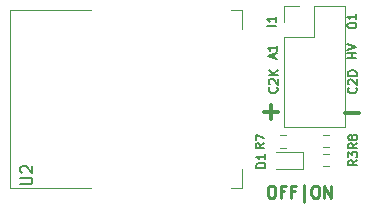
<source format=gto>
G04 #@! TF.GenerationSoftware,KiCad,Pcbnew,(5.1.10)-1*
G04 #@! TF.CreationDate,2021-10-05T14:15:47-05:00*
G04 #@! TF.ProjectId,wireless_measurement_ard,77697265-6c65-4737-935f-6d6561737572,rev?*
G04 #@! TF.SameCoordinates,Original*
G04 #@! TF.FileFunction,Legend,Top*
G04 #@! TF.FilePolarity,Positive*
%FSLAX46Y46*%
G04 Gerber Fmt 4.6, Leading zero omitted, Abs format (unit mm)*
G04 Created by KiCad (PCBNEW (5.1.10)-1) date 2021-10-05 14:15:47*
%MOMM*%
%LPD*%
G01*
G04 APERTURE LIST*
%ADD10C,0.250000*%
%ADD11C,0.300000*%
%ADD12C,0.150000*%
%ADD13C,0.120000*%
%ADD14O,1.700000X1.700000*%
%ADD15R,1.700000X1.700000*%
%ADD16C,0.900000*%
G04 APERTURE END LIST*
D10*
X132753409Y-91171780D02*
X132943885Y-91171780D01*
X133039123Y-91219400D01*
X133134361Y-91314638D01*
X133181980Y-91505114D01*
X133181980Y-91838447D01*
X133134361Y-92028923D01*
X133039123Y-92124161D01*
X132943885Y-92171780D01*
X132753409Y-92171780D01*
X132658171Y-92124161D01*
X132562933Y-92028923D01*
X132515314Y-91838447D01*
X132515314Y-91505114D01*
X132562933Y-91314638D01*
X132658171Y-91219400D01*
X132753409Y-91171780D01*
X133943885Y-91647971D02*
X133610552Y-91647971D01*
X133610552Y-92171780D02*
X133610552Y-91171780D01*
X134086742Y-91171780D01*
X134801028Y-91647971D02*
X134467695Y-91647971D01*
X134467695Y-92171780D02*
X134467695Y-91171780D01*
X134943885Y-91171780D01*
X135562933Y-92505114D02*
X135562933Y-91076542D01*
X136467695Y-91171780D02*
X136658171Y-91171780D01*
X136753409Y-91219400D01*
X136848647Y-91314638D01*
X136896266Y-91505114D01*
X136896266Y-91838447D01*
X136848647Y-92028923D01*
X136753409Y-92124161D01*
X136658171Y-92171780D01*
X136467695Y-92171780D01*
X136372457Y-92124161D01*
X136277219Y-92028923D01*
X136229600Y-91838447D01*
X136229600Y-91505114D01*
X136277219Y-91314638D01*
X136372457Y-91219400D01*
X136467695Y-91171780D01*
X137324838Y-92171780D02*
X137324838Y-91171780D01*
X137896266Y-92171780D01*
X137896266Y-91171780D01*
D11*
X139077771Y-85019342D02*
X140220628Y-85019342D01*
X132245171Y-84917742D02*
X133388028Y-84917742D01*
X132816600Y-85489171D02*
X132816600Y-84346314D01*
D12*
X133232085Y-77623942D02*
X132482085Y-77623942D01*
X133232085Y-76873942D02*
X133232085Y-77302514D01*
X133232085Y-77088228D02*
X132482085Y-77088228D01*
X132589228Y-77159657D01*
X132660657Y-77231085D01*
X132696371Y-77302514D01*
X139263885Y-77669971D02*
X139263885Y-77527114D01*
X139299600Y-77455685D01*
X139371028Y-77384257D01*
X139513885Y-77348542D01*
X139763885Y-77348542D01*
X139906742Y-77384257D01*
X139978171Y-77455685D01*
X140013885Y-77527114D01*
X140013885Y-77669971D01*
X139978171Y-77741400D01*
X139906742Y-77812828D01*
X139763885Y-77848542D01*
X139513885Y-77848542D01*
X139371028Y-77812828D01*
X139299600Y-77741400D01*
X139263885Y-77669971D01*
X140013885Y-76634257D02*
X140013885Y-77062828D01*
X140013885Y-76848542D02*
X139263885Y-76848542D01*
X139371028Y-76919971D01*
X139442457Y-76991400D01*
X139478171Y-77062828D01*
X133068600Y-80367914D02*
X133068600Y-80010771D01*
X133282885Y-80439342D02*
X132532885Y-80189342D01*
X133282885Y-79939342D01*
X133282885Y-79296485D02*
X133282885Y-79725057D01*
X133282885Y-79510771D02*
X132532885Y-79510771D01*
X132640028Y-79582200D01*
X132711457Y-79653628D01*
X132747171Y-79725057D01*
X139993257Y-82872200D02*
X140028971Y-82907914D01*
X140064685Y-83015057D01*
X140064685Y-83086485D01*
X140028971Y-83193628D01*
X139957542Y-83265057D01*
X139886114Y-83300771D01*
X139743257Y-83336485D01*
X139636114Y-83336485D01*
X139493257Y-83300771D01*
X139421828Y-83265057D01*
X139350400Y-83193628D01*
X139314685Y-83086485D01*
X139314685Y-83015057D01*
X139350400Y-82907914D01*
X139386114Y-82872200D01*
X139386114Y-82586485D02*
X139350400Y-82550771D01*
X139314685Y-82479342D01*
X139314685Y-82300771D01*
X139350400Y-82229342D01*
X139386114Y-82193628D01*
X139457542Y-82157914D01*
X139528971Y-82157914D01*
X139636114Y-82193628D01*
X140064685Y-82622200D01*
X140064685Y-82157914D01*
X140064685Y-81836485D02*
X139314685Y-81836485D01*
X139314685Y-81657914D01*
X139350400Y-81550771D01*
X139421828Y-81479342D01*
X139493257Y-81443628D01*
X139636114Y-81407914D01*
X139743257Y-81407914D01*
X139886114Y-81443628D01*
X139957542Y-81479342D01*
X140028971Y-81550771D01*
X140064685Y-81657914D01*
X140064685Y-81836485D01*
X140013885Y-80367914D02*
X139263885Y-80367914D01*
X139621028Y-80367914D02*
X139621028Y-79939342D01*
X140013885Y-79939342D02*
X139263885Y-79939342D01*
X139263885Y-79689342D02*
X140013885Y-79439342D01*
X139263885Y-79189342D01*
X133287657Y-82846800D02*
X133323371Y-82882514D01*
X133359085Y-82989657D01*
X133359085Y-83061085D01*
X133323371Y-83168228D01*
X133251942Y-83239657D01*
X133180514Y-83275371D01*
X133037657Y-83311085D01*
X132930514Y-83311085D01*
X132787657Y-83275371D01*
X132716228Y-83239657D01*
X132644800Y-83168228D01*
X132609085Y-83061085D01*
X132609085Y-82989657D01*
X132644800Y-82882514D01*
X132680514Y-82846800D01*
X132680514Y-82561085D02*
X132644800Y-82525371D01*
X132609085Y-82453942D01*
X132609085Y-82275371D01*
X132644800Y-82203942D01*
X132680514Y-82168228D01*
X132751942Y-82132514D01*
X132823371Y-82132514D01*
X132930514Y-82168228D01*
X133359085Y-82596800D01*
X133359085Y-82132514D01*
X133359085Y-81811085D02*
X132609085Y-81811085D01*
X133359085Y-81382514D02*
X132930514Y-81703942D01*
X132609085Y-81382514D02*
X133037657Y-81811085D01*
D13*
X117523000Y-91350000D02*
X110663000Y-91350000D01*
X110663000Y-91350000D02*
X110663000Y-76290000D01*
X110663000Y-76290000D02*
X117523000Y-76290000D01*
X129423000Y-91350000D02*
X130383000Y-91350000D01*
X130383000Y-91350000D02*
X130383000Y-89720000D01*
X130383000Y-77920000D02*
X130383000Y-76290000D01*
X130383000Y-76290000D02*
X129423000Y-76290000D01*
X133874200Y-75936800D02*
X135204200Y-75936800D01*
X133874200Y-77266800D02*
X133874200Y-75936800D01*
X136474200Y-75936800D02*
X139074200Y-75936800D01*
X136474200Y-78536800D02*
X136474200Y-75936800D01*
X133874200Y-78536800D02*
X136474200Y-78536800D01*
X139074200Y-75936800D02*
X139074200Y-86216800D01*
X133874200Y-78536800D02*
X133874200Y-86216800D01*
X133874200Y-86216800D02*
X139074200Y-86216800D01*
X137233576Y-89498700D02*
X137743024Y-89498700D01*
X137233576Y-88453700D02*
X137743024Y-88453700D01*
X137208176Y-87923900D02*
X137717624Y-87923900D01*
X137208176Y-86878900D02*
X137717624Y-86878900D01*
X133605176Y-87949300D02*
X134114624Y-87949300D01*
X133605176Y-86904300D02*
X134114624Y-86904300D01*
X135520800Y-88317400D02*
X133235800Y-88317400D01*
X135520800Y-89787400D02*
X135520800Y-88317400D01*
X133235800Y-89787400D02*
X135520800Y-89787400D01*
D12*
X111593380Y-91058904D02*
X112402904Y-91058904D01*
X112498142Y-91011285D01*
X112545761Y-90963666D01*
X112593380Y-90868428D01*
X112593380Y-90677952D01*
X112545761Y-90582714D01*
X112498142Y-90535095D01*
X112402904Y-90487476D01*
X111593380Y-90487476D01*
X111688619Y-90058904D02*
X111641000Y-90011285D01*
X111593380Y-89916047D01*
X111593380Y-89677952D01*
X111641000Y-89582714D01*
X111688619Y-89535095D01*
X111783857Y-89487476D01*
X111879095Y-89487476D01*
X112021952Y-89535095D01*
X112593380Y-90106523D01*
X112593380Y-89487476D01*
X140090085Y-88999600D02*
X139732942Y-89249600D01*
X140090085Y-89428171D02*
X139340085Y-89428171D01*
X139340085Y-89142457D01*
X139375800Y-89071028D01*
X139411514Y-89035314D01*
X139482942Y-88999600D01*
X139590085Y-88999600D01*
X139661514Y-89035314D01*
X139697228Y-89071028D01*
X139732942Y-89142457D01*
X139732942Y-89428171D01*
X139340085Y-88749600D02*
X139340085Y-88285314D01*
X139625800Y-88535314D01*
X139625800Y-88428171D01*
X139661514Y-88356742D01*
X139697228Y-88321028D01*
X139768657Y-88285314D01*
X139947228Y-88285314D01*
X140018657Y-88321028D01*
X140054371Y-88356742D01*
X140090085Y-88428171D01*
X140090085Y-88642457D01*
X140054371Y-88713885D01*
X140018657Y-88749600D01*
X140090085Y-87577200D02*
X139732942Y-87827200D01*
X140090085Y-88005771D02*
X139340085Y-88005771D01*
X139340085Y-87720057D01*
X139375800Y-87648628D01*
X139411514Y-87612914D01*
X139482942Y-87577200D01*
X139590085Y-87577200D01*
X139661514Y-87612914D01*
X139697228Y-87648628D01*
X139732942Y-87720057D01*
X139732942Y-88005771D01*
X139661514Y-87148628D02*
X139625800Y-87220057D01*
X139590085Y-87255771D01*
X139518657Y-87291485D01*
X139482942Y-87291485D01*
X139411514Y-87255771D01*
X139375800Y-87220057D01*
X139340085Y-87148628D01*
X139340085Y-87005771D01*
X139375800Y-86934342D01*
X139411514Y-86898628D01*
X139482942Y-86862914D01*
X139518657Y-86862914D01*
X139590085Y-86898628D01*
X139625800Y-86934342D01*
X139661514Y-87005771D01*
X139661514Y-87148628D01*
X139697228Y-87220057D01*
X139732942Y-87255771D01*
X139804371Y-87291485D01*
X139947228Y-87291485D01*
X140018657Y-87255771D01*
X140054371Y-87220057D01*
X140090085Y-87148628D01*
X140090085Y-87005771D01*
X140054371Y-86934342D01*
X140018657Y-86898628D01*
X139947228Y-86862914D01*
X139804371Y-86862914D01*
X139732942Y-86898628D01*
X139697228Y-86934342D01*
X139661514Y-87005771D01*
X132241485Y-87577200D02*
X131884342Y-87827200D01*
X132241485Y-88005771D02*
X131491485Y-88005771D01*
X131491485Y-87720057D01*
X131527200Y-87648628D01*
X131562914Y-87612914D01*
X131634342Y-87577200D01*
X131741485Y-87577200D01*
X131812914Y-87612914D01*
X131848628Y-87648628D01*
X131884342Y-87720057D01*
X131884342Y-88005771D01*
X131491485Y-87327200D02*
X131491485Y-86827200D01*
X132241485Y-87148628D01*
X132317685Y-89631371D02*
X131567685Y-89631371D01*
X131567685Y-89452800D01*
X131603400Y-89345657D01*
X131674828Y-89274228D01*
X131746257Y-89238514D01*
X131889114Y-89202800D01*
X131996257Y-89202800D01*
X132139114Y-89238514D01*
X132210542Y-89274228D01*
X132281971Y-89345657D01*
X132317685Y-89452800D01*
X132317685Y-89631371D01*
X132317685Y-88488514D02*
X132317685Y-88917085D01*
X132317685Y-88702800D02*
X131567685Y-88702800D01*
X131674828Y-88774228D01*
X131746257Y-88845657D01*
X131781971Y-88917085D01*
%LPC*%
G36*
G01*
X128923000Y-77970000D02*
X130923000Y-77970000D01*
G75*
G02*
X131123000Y-78170000I0J-200000D01*
G01*
X131123000Y-78970000D01*
G75*
G02*
X130923000Y-79170000I-200000J0D01*
G01*
X128923000Y-79170000D01*
G75*
G02*
X128723000Y-78970000I0J200000D01*
G01*
X128723000Y-78170000D01*
G75*
G02*
X128923000Y-77970000I200000J0D01*
G01*
G37*
G36*
G01*
X128923000Y-79470000D02*
X130923000Y-79470000D01*
G75*
G02*
X131123000Y-79670000I0J-200000D01*
G01*
X131123000Y-80470000D01*
G75*
G02*
X130923000Y-80670000I-200000J0D01*
G01*
X128923000Y-80670000D01*
G75*
G02*
X128723000Y-80470000I0J200000D01*
G01*
X128723000Y-79670000D01*
G75*
G02*
X128923000Y-79470000I200000J0D01*
G01*
G37*
G36*
G01*
X128923000Y-80970000D02*
X130923000Y-80970000D01*
G75*
G02*
X131123000Y-81170000I0J-200000D01*
G01*
X131123000Y-81970000D01*
G75*
G02*
X130923000Y-82170000I-200000J0D01*
G01*
X128923000Y-82170000D01*
G75*
G02*
X128723000Y-81970000I0J200000D01*
G01*
X128723000Y-81170000D01*
G75*
G02*
X128923000Y-80970000I200000J0D01*
G01*
G37*
G36*
G01*
X128923000Y-82470000D02*
X130923000Y-82470000D01*
G75*
G02*
X131123000Y-82670000I0J-200000D01*
G01*
X131123000Y-83470000D01*
G75*
G02*
X130923000Y-83670000I-200000J0D01*
G01*
X128923000Y-83670000D01*
G75*
G02*
X128723000Y-83470000I0J200000D01*
G01*
X128723000Y-82670000D01*
G75*
G02*
X128923000Y-82470000I200000J0D01*
G01*
G37*
G36*
G01*
X128923000Y-83970000D02*
X130923000Y-83970000D01*
G75*
G02*
X131123000Y-84170000I0J-200000D01*
G01*
X131123000Y-84970000D01*
G75*
G02*
X130923000Y-85170000I-200000J0D01*
G01*
X128923000Y-85170000D01*
G75*
G02*
X128723000Y-84970000I0J200000D01*
G01*
X128723000Y-84170000D01*
G75*
G02*
X128923000Y-83970000I200000J0D01*
G01*
G37*
G36*
G01*
X128923000Y-85470000D02*
X130923000Y-85470000D01*
G75*
G02*
X131123000Y-85670000I0J-200000D01*
G01*
X131123000Y-86470000D01*
G75*
G02*
X130923000Y-86670000I-200000J0D01*
G01*
X128923000Y-86670000D01*
G75*
G02*
X128723000Y-86470000I0J200000D01*
G01*
X128723000Y-85670000D01*
G75*
G02*
X128923000Y-85470000I200000J0D01*
G01*
G37*
G36*
G01*
X128923000Y-86970000D02*
X130923000Y-86970000D01*
G75*
G02*
X131123000Y-87170000I0J-200000D01*
G01*
X131123000Y-87970000D01*
G75*
G02*
X130923000Y-88170000I-200000J0D01*
G01*
X128923000Y-88170000D01*
G75*
G02*
X128723000Y-87970000I0J200000D01*
G01*
X128723000Y-87170000D01*
G75*
G02*
X128923000Y-86970000I200000J0D01*
G01*
G37*
G36*
G01*
X128423000Y-89690000D02*
X129223000Y-89690000D01*
G75*
G02*
X129423000Y-89890000I0J-200000D01*
G01*
X129423000Y-91890000D01*
G75*
G02*
X129223000Y-92090000I-200000J0D01*
G01*
X128423000Y-92090000D01*
G75*
G02*
X128223000Y-91890000I0J200000D01*
G01*
X128223000Y-89890000D01*
G75*
G02*
X128423000Y-89690000I200000J0D01*
G01*
G37*
G36*
G01*
X128423000Y-75550000D02*
X129223000Y-75550000D01*
G75*
G02*
X129423000Y-75750000I0J-200000D01*
G01*
X129423000Y-77750000D01*
G75*
G02*
X129223000Y-77950000I-200000J0D01*
G01*
X128423000Y-77950000D01*
G75*
G02*
X128223000Y-77750000I0J200000D01*
G01*
X128223000Y-75750000D01*
G75*
G02*
X128423000Y-75550000I200000J0D01*
G01*
G37*
G36*
G01*
X126923000Y-75550000D02*
X127723000Y-75550000D01*
G75*
G02*
X127923000Y-75750000I0J-200000D01*
G01*
X127923000Y-77750000D01*
G75*
G02*
X127723000Y-77950000I-200000J0D01*
G01*
X126923000Y-77950000D01*
G75*
G02*
X126723000Y-77750000I0J200000D01*
G01*
X126723000Y-75750000D01*
G75*
G02*
X126923000Y-75550000I200000J0D01*
G01*
G37*
G36*
G01*
X126923000Y-89690000D02*
X127723000Y-89690000D01*
G75*
G02*
X127923000Y-89890000I0J-200000D01*
G01*
X127923000Y-91890000D01*
G75*
G02*
X127723000Y-92090000I-200000J0D01*
G01*
X126923000Y-92090000D01*
G75*
G02*
X126723000Y-91890000I0J200000D01*
G01*
X126723000Y-89890000D01*
G75*
G02*
X126923000Y-89690000I200000J0D01*
G01*
G37*
G36*
G01*
X125423000Y-89690000D02*
X126223000Y-89690000D01*
G75*
G02*
X126423000Y-89890000I0J-200000D01*
G01*
X126423000Y-91890000D01*
G75*
G02*
X126223000Y-92090000I-200000J0D01*
G01*
X125423000Y-92090000D01*
G75*
G02*
X125223000Y-91890000I0J200000D01*
G01*
X125223000Y-89890000D01*
G75*
G02*
X125423000Y-89690000I200000J0D01*
G01*
G37*
G36*
G01*
X125423000Y-75550000D02*
X126223000Y-75550000D01*
G75*
G02*
X126423000Y-75750000I0J-200000D01*
G01*
X126423000Y-77750000D01*
G75*
G02*
X126223000Y-77950000I-200000J0D01*
G01*
X125423000Y-77950000D01*
G75*
G02*
X125223000Y-77750000I0J200000D01*
G01*
X125223000Y-75750000D01*
G75*
G02*
X125423000Y-75550000I200000J0D01*
G01*
G37*
G36*
G01*
X123923000Y-75550000D02*
X124723000Y-75550000D01*
G75*
G02*
X124923000Y-75750000I0J-200000D01*
G01*
X124923000Y-77750000D01*
G75*
G02*
X124723000Y-77950000I-200000J0D01*
G01*
X123923000Y-77950000D01*
G75*
G02*
X123723000Y-77750000I0J200000D01*
G01*
X123723000Y-75750000D01*
G75*
G02*
X123923000Y-75550000I200000J0D01*
G01*
G37*
G36*
G01*
X123923000Y-89690000D02*
X124723000Y-89690000D01*
G75*
G02*
X124923000Y-89890000I0J-200000D01*
G01*
X124923000Y-91890000D01*
G75*
G02*
X124723000Y-92090000I-200000J0D01*
G01*
X123923000Y-92090000D01*
G75*
G02*
X123723000Y-91890000I0J200000D01*
G01*
X123723000Y-89890000D01*
G75*
G02*
X123923000Y-89690000I200000J0D01*
G01*
G37*
G36*
G01*
X122423000Y-89690000D02*
X123223000Y-89690000D01*
G75*
G02*
X123423000Y-89890000I0J-200000D01*
G01*
X123423000Y-91890000D01*
G75*
G02*
X123223000Y-92090000I-200000J0D01*
G01*
X122423000Y-92090000D01*
G75*
G02*
X122223000Y-91890000I0J200000D01*
G01*
X122223000Y-89890000D01*
G75*
G02*
X122423000Y-89690000I200000J0D01*
G01*
G37*
G36*
G01*
X122423000Y-75550000D02*
X123223000Y-75550000D01*
G75*
G02*
X123423000Y-75750000I0J-200000D01*
G01*
X123423000Y-77750000D01*
G75*
G02*
X123223000Y-77950000I-200000J0D01*
G01*
X122423000Y-77950000D01*
G75*
G02*
X122223000Y-77750000I0J200000D01*
G01*
X122223000Y-75750000D01*
G75*
G02*
X122423000Y-75550000I200000J0D01*
G01*
G37*
G36*
G01*
X120923000Y-75550000D02*
X121723000Y-75550000D01*
G75*
G02*
X121923000Y-75750000I0J-200000D01*
G01*
X121923000Y-77750000D01*
G75*
G02*
X121723000Y-77950000I-200000J0D01*
G01*
X120923000Y-77950000D01*
G75*
G02*
X120723000Y-77750000I0J200000D01*
G01*
X120723000Y-75750000D01*
G75*
G02*
X120923000Y-75550000I200000J0D01*
G01*
G37*
G36*
G01*
X120923000Y-89690000D02*
X121723000Y-89690000D01*
G75*
G02*
X121923000Y-89890000I0J-200000D01*
G01*
X121923000Y-91890000D01*
G75*
G02*
X121723000Y-92090000I-200000J0D01*
G01*
X120923000Y-92090000D01*
G75*
G02*
X120723000Y-91890000I0J200000D01*
G01*
X120723000Y-89890000D01*
G75*
G02*
X120923000Y-89690000I200000J0D01*
G01*
G37*
G36*
G01*
X119423000Y-89690000D02*
X120223000Y-89690000D01*
G75*
G02*
X120423000Y-89890000I0J-200000D01*
G01*
X120423000Y-91890000D01*
G75*
G02*
X120223000Y-92090000I-200000J0D01*
G01*
X119423000Y-92090000D01*
G75*
G02*
X119223000Y-91890000I0J200000D01*
G01*
X119223000Y-89890000D01*
G75*
G02*
X119423000Y-89690000I200000J0D01*
G01*
G37*
G36*
G01*
X119423000Y-75550000D02*
X120223000Y-75550000D01*
G75*
G02*
X120423000Y-75750000I0J-200000D01*
G01*
X120423000Y-77750000D01*
G75*
G02*
X120223000Y-77950000I-200000J0D01*
G01*
X119423000Y-77950000D01*
G75*
G02*
X119223000Y-77750000I0J200000D01*
G01*
X119223000Y-75750000D01*
G75*
G02*
X119423000Y-75550000I200000J0D01*
G01*
G37*
G36*
G01*
X117923000Y-75550000D02*
X118723000Y-75550000D01*
G75*
G02*
X118923000Y-75750000I0J-200000D01*
G01*
X118923000Y-77750000D01*
G75*
G02*
X118723000Y-77950000I-200000J0D01*
G01*
X117923000Y-77950000D01*
G75*
G02*
X117723000Y-77750000I0J200000D01*
G01*
X117723000Y-75750000D01*
G75*
G02*
X117923000Y-75550000I200000J0D01*
G01*
G37*
G36*
G01*
X128923000Y-88470000D02*
X130923000Y-88470000D01*
G75*
G02*
X131123000Y-88670000I0J-200000D01*
G01*
X131123000Y-89470000D01*
G75*
G02*
X130923000Y-89670000I-200000J0D01*
G01*
X128923000Y-89670000D01*
G75*
G02*
X128723000Y-89470000I0J200000D01*
G01*
X128723000Y-88670000D01*
G75*
G02*
X128923000Y-88470000I200000J0D01*
G01*
G37*
G36*
G01*
X117923000Y-89690000D02*
X118723000Y-89690000D01*
G75*
G02*
X118923000Y-89890000I0J-200000D01*
G01*
X118923000Y-91890000D01*
G75*
G02*
X118723000Y-92090000I-200000J0D01*
G01*
X117923000Y-92090000D01*
G75*
G02*
X117723000Y-91890000I0J200000D01*
G01*
X117723000Y-89890000D01*
G75*
G02*
X117923000Y-89690000I200000J0D01*
G01*
G37*
D14*
X137744200Y-84886800D03*
X135204200Y-84886800D03*
X137744200Y-82346800D03*
X135204200Y-82346800D03*
X137744200Y-79806800D03*
X135204200Y-79806800D03*
X137744200Y-77266800D03*
D15*
X135204200Y-77266800D03*
G36*
G01*
X137913300Y-89213700D02*
X137913300Y-88738700D01*
G75*
G02*
X138150800Y-88501200I237500J0D01*
G01*
X138650800Y-88501200D01*
G75*
G02*
X138888300Y-88738700I0J-237500D01*
G01*
X138888300Y-89213700D01*
G75*
G02*
X138650800Y-89451200I-237500J0D01*
G01*
X138150800Y-89451200D01*
G75*
G02*
X137913300Y-89213700I0J237500D01*
G01*
G37*
G36*
G01*
X136088300Y-89213700D02*
X136088300Y-88738700D01*
G75*
G02*
X136325800Y-88501200I237500J0D01*
G01*
X136825800Y-88501200D01*
G75*
G02*
X137063300Y-88738700I0J-237500D01*
G01*
X137063300Y-89213700D01*
G75*
G02*
X136825800Y-89451200I-237500J0D01*
G01*
X136325800Y-89451200D01*
G75*
G02*
X136088300Y-89213700I0J237500D01*
G01*
G37*
D16*
X131982000Y-90634000D03*
X138782000Y-90634000D03*
G36*
G01*
X137887900Y-87638900D02*
X137887900Y-87163900D01*
G75*
G02*
X138125400Y-86926400I237500J0D01*
G01*
X138625400Y-86926400D01*
G75*
G02*
X138862900Y-87163900I0J-237500D01*
G01*
X138862900Y-87638900D01*
G75*
G02*
X138625400Y-87876400I-237500J0D01*
G01*
X138125400Y-87876400D01*
G75*
G02*
X137887900Y-87638900I0J237500D01*
G01*
G37*
G36*
G01*
X136062900Y-87638900D02*
X136062900Y-87163900D01*
G75*
G02*
X136300400Y-86926400I237500J0D01*
G01*
X136800400Y-86926400D01*
G75*
G02*
X137037900Y-87163900I0J-237500D01*
G01*
X137037900Y-87638900D01*
G75*
G02*
X136800400Y-87876400I-237500J0D01*
G01*
X136300400Y-87876400D01*
G75*
G02*
X136062900Y-87638900I0J237500D01*
G01*
G37*
G36*
G01*
X134284900Y-87664300D02*
X134284900Y-87189300D01*
G75*
G02*
X134522400Y-86951800I237500J0D01*
G01*
X135022400Y-86951800D01*
G75*
G02*
X135259900Y-87189300I0J-237500D01*
G01*
X135259900Y-87664300D01*
G75*
G02*
X135022400Y-87901800I-237500J0D01*
G01*
X134522400Y-87901800D01*
G75*
G02*
X134284900Y-87664300I0J237500D01*
G01*
G37*
G36*
G01*
X132459900Y-87664300D02*
X132459900Y-87189300D01*
G75*
G02*
X132697400Y-86951800I237500J0D01*
G01*
X133197400Y-86951800D01*
G75*
G02*
X133434900Y-87189300I0J-237500D01*
G01*
X133434900Y-87664300D01*
G75*
G02*
X133197400Y-87901800I-237500J0D01*
G01*
X132697400Y-87901800D01*
G75*
G02*
X132459900Y-87664300I0J237500D01*
G01*
G37*
G36*
G01*
X135260800Y-88796150D02*
X135260800Y-89308650D01*
G75*
G02*
X135042050Y-89527400I-218750J0D01*
G01*
X134604550Y-89527400D01*
G75*
G02*
X134385800Y-89308650I0J218750D01*
G01*
X134385800Y-88796150D01*
G75*
G02*
X134604550Y-88577400I218750J0D01*
G01*
X135042050Y-88577400D01*
G75*
G02*
X135260800Y-88796150I0J-218750D01*
G01*
G37*
G36*
G01*
X133685800Y-88796150D02*
X133685800Y-89308650D01*
G75*
G02*
X133467050Y-89527400I-218750J0D01*
G01*
X133029550Y-89527400D01*
G75*
G02*
X132810800Y-89308650I0J218750D01*
G01*
X132810800Y-88796150D01*
G75*
G02*
X133029550Y-88577400I218750J0D01*
G01*
X133467050Y-88577400D01*
G75*
G02*
X133685800Y-88796150I0J-218750D01*
G01*
G37*
M02*

</source>
